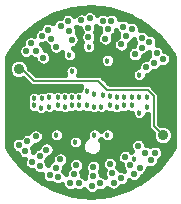
<source format=gbl>
G75*
G70*
%OFA0B0*%
%FSLAX24Y24*%
%IPPOS*%
%LPD*%
%AMOC8*
5,1,8,0,0,1.08239X$1,22.5*
%
%ADD10C,0.0218*%
%ADD11C,0.0179*%
%ADD12C,0.0160*%
%ADD13C,0.0050*%
%ADD14C,0.0360*%
D10*
X003203Y003351D03*
X002953Y003491D03*
X003203Y003685D03*
X003426Y003908D03*
X003887Y003580D03*
X003729Y003308D03*
X003538Y003054D03*
X003816Y002985D03*
X004216Y002785D03*
X004503Y002789D03*
X004335Y003079D03*
X004417Y003383D03*
X004980Y003330D03*
X004980Y003015D03*
X005216Y002778D03*
X004941Y002700D03*
X005663Y002805D03*
X005909Y002953D03*
X005619Y003120D03*
X005538Y003424D03*
X006052Y003659D03*
X006210Y003386D03*
X006333Y003094D03*
X006532Y003300D03*
X006906Y003546D03*
X007045Y003797D03*
X006711Y003797D03*
X006488Y004020D03*
X006737Y006646D03*
X007010Y006803D03*
X007302Y006927D03*
X007096Y007126D03*
X006850Y007499D03*
X006600Y007639D03*
X006600Y007304D03*
X006377Y007082D03*
X005916Y007410D03*
X006073Y007682D03*
X006265Y007935D03*
X005987Y008005D03*
X005587Y008205D03*
X005300Y008200D03*
X005467Y007911D03*
X005386Y007607D03*
X004823Y007660D03*
X004823Y007975D03*
X004586Y008211D03*
X004862Y008290D03*
X004140Y008185D03*
X003894Y008037D03*
X004183Y007870D03*
X004265Y007566D03*
X003750Y007331D03*
X003593Y007604D03*
X003470Y007896D03*
X003270Y007690D03*
X002897Y007444D03*
X002758Y007193D03*
X003092Y007193D03*
X003315Y006970D03*
X003065Y004344D03*
X002793Y004187D03*
X002500Y004063D03*
X002706Y003864D03*
D11*
X003760Y004393D03*
X004390Y004156D03*
X004852Y003722D03*
X005019Y004393D03*
X005453Y004393D03*
X005256Y005337D03*
X005019Y005337D03*
X004783Y005377D03*
X004508Y005377D03*
X004271Y005377D03*
X004035Y005337D03*
X003799Y005377D03*
X003799Y005652D03*
X004035Y005652D03*
X004271Y005652D03*
X004508Y005652D03*
X004783Y005849D03*
X005019Y005771D03*
X005295Y005731D03*
X005531Y005692D03*
X005768Y005652D03*
X006004Y005652D03*
X006004Y005377D03*
X005768Y005337D03*
X005531Y005377D03*
X006279Y005377D03*
X006279Y005652D03*
X006516Y005652D03*
X006791Y005652D03*
X006791Y005337D03*
X006516Y005141D03*
X007242Y005059D03*
X007242Y006082D03*
X006516Y006400D03*
X005453Y006873D03*
X004892Y006742D03*
X004832Y007336D03*
X004193Y007070D03*
X004271Y006519D03*
X003523Y005652D03*
X003287Y005613D03*
X003012Y005613D03*
X003012Y005377D03*
X003248Y005298D03*
X003523Y005337D03*
X002560Y004947D03*
X002560Y005871D03*
X006358Y003605D03*
D12*
X003286Y002959D02*
X003030Y002959D01*
X003128Y002877D02*
X002646Y003279D01*
X002252Y003768D01*
X002116Y004000D01*
X002116Y006990D01*
X002252Y007222D01*
X002646Y007711D01*
X003128Y008113D01*
X003681Y008412D01*
X004282Y008595D01*
X004907Y008656D01*
X005531Y008593D01*
X006131Y008407D01*
X006683Y008107D01*
X007164Y007704D01*
X007556Y007213D01*
X007686Y006989D01*
X007686Y004001D01*
X007556Y003777D01*
X007164Y003286D01*
X006683Y002883D01*
X006131Y002582D01*
X005531Y002397D01*
X004907Y002334D01*
X004282Y002395D01*
X003681Y002578D01*
X003128Y002877D01*
X003270Y002800D02*
X003448Y002800D01*
X003484Y002785D02*
X003385Y002826D01*
X003310Y002902D01*
X003269Y003001D01*
X003269Y003087D01*
X003257Y003082D01*
X003150Y003082D01*
X003051Y003123D01*
X002975Y003199D01*
X002966Y003222D01*
X002899Y003222D01*
X002800Y003262D01*
X002725Y003338D01*
X002684Y003437D01*
X002684Y003544D01*
X002705Y003595D01*
X002653Y003595D01*
X002554Y003636D01*
X002478Y003712D01*
X002443Y003796D01*
X002348Y003835D01*
X002272Y003911D01*
X002231Y004010D01*
X002231Y004117D01*
X002272Y004216D01*
X002348Y004291D01*
X002447Y004332D01*
X002554Y004332D01*
X002561Y004329D01*
X002565Y004339D01*
X002640Y004415D01*
X002739Y004456D01*
X002820Y004456D01*
X002837Y004496D01*
X002913Y004572D01*
X003012Y004613D01*
X003119Y004613D01*
X003218Y004572D01*
X003294Y004496D01*
X003335Y004398D01*
X003335Y004291D01*
X003294Y004192D01*
X003218Y004116D01*
X003119Y004075D01*
X003038Y004075D01*
X003021Y004034D01*
X002954Y003968D01*
X002975Y003917D01*
X002975Y003838D01*
X003051Y003914D01*
X003150Y003954D01*
X003157Y003954D01*
X003157Y003962D01*
X003198Y004061D01*
X003273Y004136D01*
X003372Y004177D01*
X003479Y004177D01*
X003578Y004136D01*
X003654Y004061D01*
X003695Y003962D01*
X003695Y003855D01*
X003654Y003756D01*
X003578Y003680D01*
X003479Y003639D01*
X003472Y003639D01*
X003472Y003632D01*
X003431Y003533D01*
X003417Y003518D01*
X003431Y003504D01*
X003472Y003405D01*
X003472Y003390D01*
X003501Y003460D01*
X003577Y003536D01*
X003618Y003553D01*
X003618Y003634D01*
X003659Y003733D01*
X003734Y003808D01*
X003833Y003849D01*
X003940Y003849D01*
X004039Y003808D01*
X004115Y003733D01*
X004156Y003634D01*
X004156Y003527D01*
X004115Y003428D01*
X004039Y003352D01*
X003998Y003335D01*
X003998Y003254D01*
X003978Y003204D01*
X004044Y003137D01*
X004066Y003083D01*
X004066Y003132D01*
X004107Y003231D01*
X004165Y003289D01*
X004148Y003329D01*
X004148Y003437D01*
X004189Y003535D01*
X004265Y003611D01*
X004363Y003652D01*
X004471Y003652D01*
X004569Y003611D01*
X004645Y003535D01*
X004686Y003437D01*
X004686Y003329D01*
X004645Y003231D01*
X004588Y003173D01*
X004605Y003132D01*
X004605Y003038D01*
X004655Y003018D01*
X004711Y002961D01*
X004711Y003068D01*
X004752Y003167D01*
X004757Y003172D01*
X004752Y003177D01*
X004711Y003276D01*
X004711Y003383D01*
X004752Y003482D01*
X004828Y003558D01*
X004927Y003599D01*
X005034Y003599D01*
X005133Y003558D01*
X005208Y003482D01*
X005249Y003383D01*
X005249Y003276D01*
X005308Y003276D01*
X005310Y003271D02*
X005367Y003214D01*
X005350Y003173D01*
X005350Y003066D01*
X005379Y002996D01*
X005369Y003007D01*
X005270Y003047D01*
X005249Y003047D01*
X005249Y003068D01*
X005208Y003167D01*
X005203Y003172D01*
X005208Y003177D01*
X005249Y003276D01*
X005310Y003271D02*
X005269Y003370D01*
X005269Y003477D01*
X005310Y003576D01*
X005385Y003652D01*
X005484Y003693D01*
X005591Y003693D01*
X005690Y003652D01*
X005766Y003576D01*
X005807Y003477D01*
X005807Y003370D01*
X005790Y003329D01*
X005847Y003272D01*
X005868Y003222D01*
X005962Y003222D01*
X006016Y003199D01*
X005982Y003234D01*
X005941Y003333D01*
X005941Y003414D01*
X005900Y003431D01*
X005824Y003507D01*
X005783Y003606D01*
X005783Y003713D01*
X005824Y003811D01*
X005900Y003887D01*
X005999Y003928D01*
X006106Y003928D01*
X006205Y003887D01*
X006258Y003834D01*
X006283Y003844D01*
X006260Y003867D01*
X006219Y003966D01*
X006219Y004073D01*
X006260Y004172D01*
X006336Y004248D01*
X006435Y004289D01*
X006542Y004289D01*
X006641Y004248D01*
X006716Y004172D01*
X006757Y004073D01*
X006757Y004066D01*
X006764Y004066D01*
X006863Y004025D01*
X006878Y004010D01*
X006893Y004025D01*
X006991Y004066D01*
X007098Y004066D01*
X007197Y004025D01*
X007273Y003949D01*
X007314Y003850D01*
X007314Y003743D01*
X007273Y003644D01*
X007197Y003569D01*
X007175Y003559D01*
X007175Y003493D01*
X007134Y003394D01*
X007058Y003318D01*
X006959Y003277D01*
X006852Y003277D01*
X006801Y003298D01*
X006801Y003246D01*
X006760Y003147D01*
X006685Y003072D01*
X006601Y003037D01*
X006561Y002941D01*
X006486Y002866D01*
X006387Y002825D01*
X006280Y002825D01*
X006181Y002866D01*
X006169Y002878D01*
X006137Y002800D01*
X006061Y002724D01*
X005962Y002683D01*
X005904Y002683D01*
X005891Y002653D01*
X005815Y002577D01*
X005716Y002536D01*
X005609Y002536D01*
X005510Y002577D01*
X005449Y002638D01*
X005444Y002626D01*
X005369Y002550D01*
X005270Y002509D01*
X005163Y002509D01*
X005140Y002519D01*
X005093Y002472D01*
X004994Y002431D01*
X004887Y002431D01*
X004788Y002472D01*
X004713Y002547D01*
X004692Y002598D01*
X004655Y002561D01*
X004556Y002520D01*
X004449Y002520D01*
X004365Y002555D01*
X004269Y002516D01*
X004162Y002516D01*
X004064Y002557D01*
X003988Y002632D01*
X003947Y002731D01*
X003947Y002748D01*
X003869Y002716D01*
X003762Y002716D01*
X003663Y002757D01*
X003622Y002798D01*
X003591Y002785D01*
X003484Y002785D01*
X003563Y002642D02*
X003984Y002642D01*
X003991Y002483D02*
X004776Y002483D01*
X005105Y002483D02*
X005811Y002483D01*
X005880Y002642D02*
X006241Y002642D01*
X006137Y002800D02*
X006532Y002800D01*
X006568Y002959D02*
X006774Y002959D01*
X006731Y003117D02*
X006963Y003117D01*
X006801Y003276D02*
X007152Y003276D01*
X007151Y003434D02*
X007283Y003434D01*
X007222Y003593D02*
X007409Y003593D01*
X007314Y003751D02*
X007536Y003751D01*
X007634Y003910D02*
X007289Y003910D01*
X007234Y004055D02*
X007109Y004107D01*
X007013Y004202D01*
X006961Y004327D01*
X006961Y004463D01*
X006964Y004470D01*
X006816Y004618D01*
X006816Y005088D01*
X006764Y005088D01*
X006727Y004999D01*
X006657Y004929D01*
X006565Y004891D01*
X006466Y004891D01*
X006374Y004929D01*
X006304Y004999D01*
X006266Y005091D01*
X006266Y005127D01*
X006230Y005127D01*
X006142Y005164D01*
X006053Y005127D01*
X005954Y005127D01*
X005923Y005140D01*
X005909Y005126D01*
X005817Y005088D01*
X005718Y005088D01*
X005626Y005126D01*
X005612Y005140D01*
X005581Y005127D01*
X005482Y005127D01*
X005423Y005152D01*
X005397Y005126D01*
X005305Y005088D01*
X005206Y005088D01*
X005138Y005116D01*
X005069Y005088D01*
X004970Y005088D01*
X004878Y005126D01*
X004864Y005140D01*
X004833Y005127D01*
X004734Y005127D01*
X004645Y005164D01*
X004557Y005127D01*
X004458Y005127D01*
X004390Y005156D01*
X004321Y005127D01*
X004222Y005127D01*
X004191Y005140D01*
X004176Y005126D01*
X004085Y005088D01*
X003986Y005088D01*
X003894Y005126D01*
X003880Y005140D01*
X003849Y005127D01*
X003749Y005127D01*
X003690Y005152D01*
X003665Y005126D01*
X003573Y005088D01*
X003474Y005088D01*
X003415Y005113D01*
X003389Y005087D01*
X003297Y005049D01*
X003198Y005049D01*
X003107Y005087D01*
X003064Y005129D01*
X003061Y005127D01*
X002962Y005127D01*
X002870Y005165D01*
X002800Y005236D01*
X002762Y005327D01*
X002762Y005426D01*
X002791Y005495D01*
X002116Y005495D01*
X002116Y005336D02*
X002762Y005336D01*
X002791Y005495D02*
X002762Y005563D01*
X002762Y005663D01*
X002800Y005754D01*
X002870Y005824D01*
X002962Y005862D01*
X003061Y005862D01*
X003149Y005826D01*
X003238Y005862D01*
X003337Y005862D01*
X003368Y005850D01*
X003382Y005864D01*
X003474Y005902D01*
X003573Y005902D01*
X003661Y005865D01*
X003749Y005902D01*
X003849Y005902D01*
X003917Y005873D01*
X003986Y005902D01*
X004085Y005902D01*
X004153Y005873D01*
X004222Y005902D01*
X004321Y005902D01*
X004390Y005873D01*
X004458Y005902D01*
X004535Y005902D01*
X004572Y005991D01*
X004591Y006010D01*
X002925Y006010D01*
X002816Y006118D01*
X002647Y006287D01*
X002569Y006255D01*
X002434Y006255D01*
X002309Y006307D01*
X002213Y006402D01*
X002161Y006527D01*
X002161Y006663D01*
X002213Y006788D01*
X002309Y006883D01*
X002434Y006935D01*
X002569Y006935D01*
X002694Y006883D01*
X002790Y006788D01*
X002841Y006663D01*
X002841Y006617D01*
X003078Y006380D01*
X004059Y006380D01*
X004022Y006469D01*
X004022Y006568D01*
X004060Y006660D01*
X004130Y006730D01*
X004222Y006768D01*
X004321Y006768D01*
X004413Y006730D01*
X004483Y006660D01*
X004521Y006568D01*
X004521Y006469D01*
X004484Y006380D01*
X005230Y006380D01*
X005530Y006080D01*
X006878Y006080D01*
X007187Y005772D01*
X007187Y004772D01*
X007226Y004732D01*
X007234Y004735D01*
X007369Y004735D01*
X007494Y004683D01*
X007590Y004588D01*
X007641Y004463D01*
X007641Y004327D01*
X007590Y004202D01*
X007494Y004107D01*
X007369Y004055D01*
X007234Y004055D01*
X007201Y004068D02*
X006757Y004068D01*
X006661Y004227D02*
X007003Y004227D01*
X006961Y004385D02*
X005702Y004385D01*
X005702Y004343D02*
X005702Y004442D01*
X005664Y004534D01*
X005594Y004604D01*
X005502Y004642D01*
X005403Y004642D01*
X005311Y004604D01*
X005241Y004534D01*
X005236Y004521D01*
X005231Y004534D01*
X005161Y004604D01*
X005069Y004642D01*
X004970Y004642D01*
X004878Y004604D01*
X004808Y004534D01*
X004770Y004442D01*
X004770Y004343D01*
X004780Y004319D01*
X004749Y004306D01*
X004654Y004211D01*
X004639Y004174D01*
X004639Y004206D01*
X004601Y004298D01*
X004531Y004368D01*
X004439Y004406D01*
X004340Y004406D01*
X004248Y004368D01*
X004178Y004298D01*
X004140Y004206D01*
X004140Y004107D01*
X004178Y004015D01*
X004248Y003945D01*
X004340Y003907D01*
X004439Y003907D01*
X004531Y003945D01*
X004601Y004015D01*
X004603Y004020D01*
X004603Y003952D01*
X004654Y003828D01*
X004749Y003733D01*
X004874Y003682D01*
X005008Y003682D01*
X005132Y003733D01*
X005227Y003828D01*
X005279Y003952D01*
X005279Y004087D01*
X005227Y004211D01*
X005209Y004229D01*
X005231Y004251D01*
X005236Y004264D01*
X005241Y004251D01*
X005311Y004181D01*
X005403Y004143D01*
X005502Y004143D01*
X005594Y004181D01*
X005664Y004251D01*
X005702Y004343D01*
X005640Y004227D02*
X006315Y004227D01*
X006219Y004068D02*
X005279Y004068D01*
X005266Y004227D02*
X005211Y004227D01*
X005221Y004544D02*
X005251Y004544D01*
X005654Y004544D02*
X006890Y004544D01*
X006816Y004702D02*
X002116Y004702D01*
X002116Y004861D02*
X006816Y004861D01*
X006816Y005019D02*
X006735Y005019D01*
X006296Y005019D02*
X002116Y005019D01*
X002116Y005178D02*
X002858Y005178D01*
X002762Y005653D02*
X002116Y005653D01*
X002116Y005812D02*
X002858Y005812D01*
X002805Y006129D02*
X002116Y006129D01*
X002116Y006287D02*
X002355Y006287D01*
X002195Y006446D02*
X002116Y006446D01*
X002116Y006604D02*
X002161Y006604D01*
X002203Y006763D02*
X002116Y006763D01*
X002116Y006921D02*
X002401Y006921D01*
X002530Y007041D02*
X002605Y006965D01*
X002704Y006924D01*
X002811Y006924D01*
X002910Y006965D01*
X002925Y006980D01*
X002939Y006965D01*
X003038Y006924D01*
X003045Y006924D01*
X003045Y006917D01*
X003086Y006818D01*
X003162Y006742D01*
X003261Y006701D01*
X003368Y006701D01*
X003467Y006742D01*
X003543Y006818D01*
X003584Y006917D01*
X003584Y007024D01*
X003543Y007123D01*
X003467Y007199D01*
X003368Y007239D01*
X003361Y007239D01*
X003361Y007247D01*
X003320Y007346D01*
X003244Y007421D01*
X003324Y007421D01*
X003374Y007442D01*
X003441Y007376D01*
X003481Y007359D01*
X003481Y007277D01*
X003522Y007178D01*
X003598Y007103D01*
X003697Y007062D01*
X003804Y007062D01*
X003903Y007103D01*
X003960Y007160D01*
X003943Y007119D01*
X003943Y007020D01*
X003981Y006929D01*
X004051Y006858D01*
X004143Y006820D01*
X004242Y006820D01*
X004334Y006858D01*
X004404Y006929D01*
X004442Y007020D01*
X004442Y007119D01*
X004404Y007211D01*
X004334Y007281D01*
X004296Y007297D01*
X004318Y007297D01*
X004417Y007338D01*
X004493Y007414D01*
X004534Y007513D01*
X004534Y007620D01*
X004493Y007719D01*
X004435Y007776D01*
X004452Y007817D01*
X004452Y007924D01*
X004423Y007994D01*
X004434Y007983D01*
X004533Y007942D01*
X004554Y007942D01*
X004554Y007922D01*
X004595Y007823D01*
X004600Y007818D01*
X004595Y007813D01*
X004554Y007714D01*
X004495Y007714D01*
X004554Y007714D02*
X004554Y007607D01*
X004595Y007508D01*
X004623Y007480D01*
X004621Y007477D01*
X004583Y007386D01*
X004583Y007286D01*
X004621Y007195D01*
X004691Y007125D01*
X004782Y007087D01*
X004882Y007087D01*
X004973Y007125D01*
X005043Y007195D01*
X005081Y007286D01*
X005081Y007386D01*
X005043Y007477D01*
X005032Y007489D01*
X005051Y007508D01*
X005092Y007607D01*
X005092Y007714D01*
X005051Y007813D01*
X005046Y007818D01*
X005051Y007823D01*
X005092Y007922D01*
X005092Y008028D01*
X005148Y007972D01*
X005198Y007951D01*
X005198Y007858D01*
X005215Y007817D01*
X005158Y007759D01*
X005117Y007660D01*
X005117Y007553D01*
X005158Y007455D01*
X005233Y007379D01*
X005332Y007338D01*
X005439Y007338D01*
X005538Y007379D01*
X005614Y007455D01*
X005655Y007553D01*
X005655Y007660D01*
X005638Y007701D01*
X005695Y007759D01*
X005736Y007858D01*
X005736Y007907D01*
X005759Y007853D01*
X005825Y007786D01*
X005804Y007736D01*
X005804Y007655D01*
X005763Y007638D01*
X005688Y007562D01*
X005647Y007463D01*
X005647Y007356D01*
X005688Y007257D01*
X005763Y007181D01*
X005862Y007141D01*
X005969Y007141D01*
X006068Y007181D01*
X006144Y007257D01*
X006185Y007356D01*
X006185Y007437D01*
X006226Y007454D01*
X006301Y007530D01*
X006330Y007600D01*
X006330Y007585D01*
X006371Y007486D01*
X006386Y007472D01*
X006371Y007457D01*
X006330Y007358D01*
X006330Y007351D01*
X006323Y007351D01*
X006224Y007310D01*
X006149Y007234D01*
X006108Y007135D01*
X006108Y007028D01*
X006149Y006929D01*
X006224Y006854D01*
X006323Y006813D01*
X006430Y006813D01*
X006529Y006854D01*
X006605Y006929D01*
X006646Y007028D01*
X006646Y007035D01*
X006653Y007035D01*
X006752Y007076D01*
X006827Y007152D01*
X006827Y007072D01*
X006848Y007022D01*
X006782Y006956D01*
X006765Y006915D01*
X006684Y006915D01*
X006585Y006874D01*
X006509Y006798D01*
X006468Y006699D01*
X006468Y006650D01*
X006466Y006650D01*
X006374Y006612D01*
X006304Y006542D01*
X006266Y006450D01*
X006266Y006351D01*
X006304Y006259D01*
X006374Y006189D01*
X006466Y006151D01*
X006565Y006151D01*
X006657Y006189D01*
X006727Y006259D01*
X006765Y006351D01*
X006765Y006377D01*
X006791Y006377D01*
X006890Y006418D01*
X006965Y006493D01*
X006982Y006534D01*
X007064Y006534D01*
X007162Y006575D01*
X007238Y006651D01*
X007242Y006660D01*
X007249Y006658D01*
X007356Y006658D01*
X007455Y006699D01*
X007531Y006774D01*
X007572Y006873D01*
X007572Y006980D01*
X007531Y007079D01*
X007455Y007155D01*
X007359Y007194D01*
X007325Y007278D01*
X007249Y007354D01*
X007150Y007395D01*
X007098Y007395D01*
X007119Y007446D01*
X007119Y007553D01*
X007078Y007652D01*
X007002Y007727D01*
X006904Y007768D01*
X006837Y007768D01*
X006828Y007791D01*
X006752Y007867D01*
X006653Y007908D01*
X006546Y007908D01*
X006534Y007903D01*
X006534Y007989D01*
X006493Y008088D01*
X006417Y008164D01*
X006318Y008204D01*
X006211Y008204D01*
X006181Y008192D01*
X006139Y008233D01*
X006040Y008274D01*
X005933Y008274D01*
X005856Y008242D01*
X005856Y008259D01*
X005815Y008358D01*
X005739Y008433D01*
X005640Y008474D01*
X005533Y008474D01*
X005438Y008435D01*
X005354Y008470D01*
X005247Y008470D01*
X005148Y008429D01*
X005111Y008392D01*
X005090Y008443D01*
X005014Y008518D01*
X004916Y008559D01*
X004808Y008559D01*
X004710Y008518D01*
X004662Y008471D01*
X004640Y008481D01*
X004533Y008481D01*
X004434Y008440D01*
X004358Y008364D01*
X004353Y008352D01*
X004292Y008413D01*
X004193Y008454D01*
X004086Y008454D01*
X003987Y008413D01*
X003912Y008337D01*
X003899Y008306D01*
X003841Y008306D01*
X003742Y008266D01*
X003666Y008190D01*
X003634Y008112D01*
X003622Y008124D01*
X003523Y008165D01*
X003416Y008165D01*
X003317Y008124D01*
X003242Y008048D01*
X003202Y007953D01*
X003118Y007918D01*
X003042Y007842D01*
X003001Y007744D01*
X003001Y007692D01*
X002950Y007713D01*
X002843Y007713D01*
X002745Y007672D01*
X002669Y007596D01*
X002628Y007497D01*
X002628Y007431D01*
X002605Y007421D01*
X002530Y007346D01*
X002489Y007247D01*
X002489Y007140D01*
X002530Y007041D01*
X002513Y007080D02*
X002169Y007080D01*
X002265Y007238D02*
X002489Y007238D01*
X002581Y007397D02*
X002393Y007397D01*
X002520Y007555D02*
X002652Y007555D01*
X002649Y007714D02*
X003001Y007714D01*
X003072Y007872D02*
X002839Y007872D01*
X003030Y008031D02*
X003234Y008031D01*
X003270Y008189D02*
X003666Y008189D01*
X003563Y008348D02*
X003923Y008348D01*
X003991Y008506D02*
X004698Y008506D01*
X005026Y008506D02*
X005811Y008506D01*
X005819Y008348D02*
X006241Y008348D01*
X006355Y008189D02*
X006532Y008189D01*
X006517Y008031D02*
X006774Y008031D01*
X006738Y007872D02*
X006963Y007872D01*
X007016Y007714D02*
X007152Y007714D01*
X007118Y007555D02*
X007283Y007555D01*
X007409Y007397D02*
X007099Y007397D01*
X007341Y007238D02*
X007536Y007238D01*
X007530Y007080D02*
X007634Y007080D01*
X007686Y006921D02*
X007572Y006921D01*
X007519Y006763D02*
X007686Y006763D01*
X007686Y006604D02*
X007192Y006604D01*
X006918Y006446D02*
X007686Y006446D01*
X007686Y006287D02*
X006739Y006287D01*
X006988Y005970D02*
X007686Y005970D01*
X007686Y005812D02*
X007146Y005812D01*
X007187Y005653D02*
X007686Y005653D01*
X007686Y005495D02*
X007187Y005495D01*
X007187Y005336D02*
X007686Y005336D01*
X007686Y005178D02*
X007187Y005178D01*
X007187Y005019D02*
X007686Y005019D01*
X007686Y004861D02*
X007187Y004861D01*
X007447Y004702D02*
X007686Y004702D01*
X007686Y004544D02*
X007608Y004544D01*
X007641Y004385D02*
X007686Y004385D01*
X007686Y004227D02*
X007600Y004227D01*
X007686Y004068D02*
X007402Y004068D01*
X006242Y003910D02*
X006150Y003910D01*
X005955Y003910D02*
X005261Y003910D01*
X005150Y003751D02*
X005799Y003751D01*
X005788Y003593D02*
X005749Y003593D01*
X005807Y003434D02*
X005896Y003434D01*
X005843Y003276D02*
X005964Y003276D01*
X005350Y003117D02*
X005229Y003117D01*
X005228Y003434D02*
X005269Y003434D01*
X005327Y003593D02*
X005047Y003593D01*
X004913Y003593D02*
X004588Y003593D01*
X004731Y003751D02*
X004096Y003751D01*
X004156Y003593D02*
X004246Y003593D01*
X004148Y003434D02*
X004118Y003434D01*
X004152Y003276D02*
X003998Y003276D01*
X004052Y003117D02*
X004066Y003117D01*
X004605Y003117D02*
X004731Y003117D01*
X004711Y003276D02*
X004664Y003276D01*
X004686Y003434D02*
X004732Y003434D01*
X004620Y003910D02*
X004446Y003910D01*
X004333Y003910D02*
X003695Y003910D01*
X003677Y003751D02*
X003650Y003751D01*
X003618Y003593D02*
X003456Y003593D01*
X003460Y003434D02*
X003491Y003434D01*
X003065Y003117D02*
X002839Y003117D01*
X002787Y003276D02*
X002649Y003276D01*
X002685Y003434D02*
X002520Y003434D01*
X002393Y003593D02*
X002704Y003593D01*
X002462Y003751D02*
X002265Y003751D01*
X002273Y003910D02*
X002169Y003910D01*
X002116Y004068D02*
X002231Y004068D01*
X002284Y004227D02*
X002116Y004227D01*
X002116Y004385D02*
X002611Y004385D01*
X002885Y004544D02*
X002116Y004544D01*
X002975Y003910D02*
X003047Y003910D01*
X003035Y004068D02*
X003206Y004068D01*
X003308Y004227D02*
X003573Y004227D01*
X003548Y004251D02*
X003618Y004181D01*
X003710Y004143D01*
X003809Y004143D01*
X003901Y004181D01*
X003971Y004251D01*
X004009Y004343D01*
X004009Y004442D01*
X003971Y004534D01*
X003901Y004604D01*
X003809Y004642D01*
X003710Y004642D01*
X003618Y004604D01*
X003548Y004534D01*
X003510Y004442D01*
X003510Y004343D01*
X003548Y004251D01*
X003510Y004385D02*
X003335Y004385D01*
X003246Y004544D02*
X003558Y004544D01*
X003961Y004544D02*
X004818Y004544D01*
X004770Y004385D02*
X004488Y004385D01*
X004291Y004385D02*
X004009Y004385D01*
X003947Y004227D02*
X004149Y004227D01*
X004156Y004068D02*
X003646Y004068D01*
X004630Y004227D02*
X004670Y004227D01*
X004564Y005970D02*
X002116Y005970D01*
X002854Y006604D02*
X004037Y006604D01*
X004032Y006446D02*
X003012Y006446D01*
X003142Y006763D02*
X002800Y006763D01*
X002602Y006921D02*
X003045Y006921D01*
X003371Y007238D02*
X003498Y007238D01*
X003560Y007080D02*
X003653Y007080D01*
X003584Y006921D02*
X003988Y006921D01*
X003943Y007080D02*
X003848Y007080D01*
X003488Y006763D02*
X004210Y006763D01*
X004333Y006763D02*
X005228Y006763D01*
X005241Y006732D02*
X005203Y006823D01*
X005203Y006923D01*
X005241Y007014D01*
X005311Y007084D01*
X005403Y007122D01*
X005502Y007122D01*
X005594Y007084D01*
X005664Y007014D01*
X005702Y006923D01*
X005702Y006823D01*
X005664Y006732D01*
X005594Y006662D01*
X005502Y006624D01*
X005403Y006624D01*
X005311Y006662D01*
X005241Y006732D01*
X005203Y006921D02*
X004397Y006921D01*
X004442Y007080D02*
X005307Y007080D01*
X005062Y007238D02*
X005706Y007238D01*
X005598Y007080D02*
X006108Y007080D01*
X006125Y007238D02*
X006153Y007238D01*
X006185Y007397D02*
X006347Y007397D01*
X006343Y007555D02*
X006312Y007555D01*
X005804Y007714D02*
X005651Y007714D01*
X005655Y007555D02*
X005685Y007555D01*
X005647Y007397D02*
X005556Y007397D01*
X005215Y007397D02*
X005077Y007397D01*
X005070Y007555D02*
X005117Y007555D01*
X005092Y007714D02*
X005139Y007714D01*
X005198Y007872D02*
X005071Y007872D01*
X004574Y007872D02*
X004452Y007872D01*
X004534Y007555D02*
X004575Y007555D01*
X004587Y007397D02*
X004476Y007397D01*
X004377Y007238D02*
X004602Y007238D01*
X004506Y006604D02*
X006367Y006604D01*
X006266Y006446D02*
X004511Y006446D01*
X005323Y006287D02*
X006292Y006287D01*
X006495Y006763D02*
X005677Y006763D01*
X005702Y006921D02*
X006157Y006921D01*
X006597Y006921D02*
X006768Y006921D01*
X006756Y007080D02*
X006827Y007080D01*
X007686Y006129D02*
X005481Y006129D01*
X005736Y007872D02*
X005751Y007872D01*
X003419Y007397D02*
X003269Y007397D01*
D13*
X002601Y006595D02*
X002501Y006595D01*
X002601Y006595D02*
X003001Y006195D01*
X005153Y006195D01*
X005453Y005895D01*
X006801Y005895D01*
X007001Y005695D01*
X007001Y004695D01*
X007301Y004395D01*
X007242Y005059D02*
X007265Y005159D01*
X007601Y005495D01*
X002560Y005871D02*
X002560Y004947D01*
X002201Y005495D02*
X002285Y005595D01*
X002560Y005871D01*
D14*
X002201Y005495D03*
X002501Y006595D03*
X007301Y004395D03*
X007601Y005495D03*
M02*

</source>
